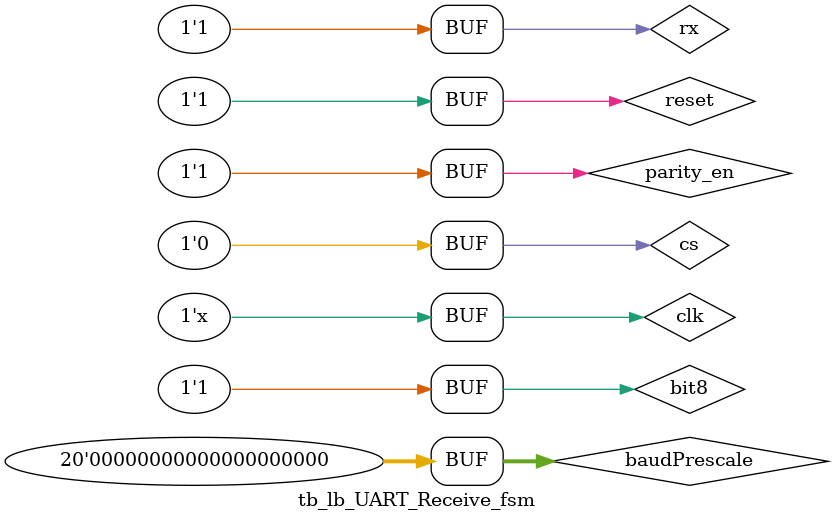
<source format=v>
`timescale 1ps / 1fs


module tb_lb_UART_Receive_fsm;

	// Inputs
	reg clk;
	reg reset;
	reg bit8;
	reg parity_en;
	reg [19:0] baudPrescale;
	reg cs;
	reg rx;

	// Outputs
	wire done;
	wire shift;

	// Instantiate the Unit Under Test (UUT)
	lb_UART_Rx_ControlUnit uut (
		.clk(clk), 
		.reset(reset), 
		.bit8(bit8), 
		.parity_en(parity_en), 
		.baudPrescale(baudPrescale), 
		.cs(cs), 
		.rx(rx), 
		.done(done), 
		.shift(shift)
	);
	
	always 
		#5 clk = ~clk;
	
	initial begin
		// Initialize Inputs
		clk = 0;
		reset = 0;
		bit8 = 1;
		parity_en = 1;
		baudPrescale = 0;
		cs = 0;
		rx = 1;
		
		#15;
		reset = 1;
		#30;
		rx = 0;
		#380;
		rx = 1;
		
		
		// Wait 100 ns for global reset to finish
		#10000;
        
		// Add stimulus here

	end
      
endmodule


</source>
